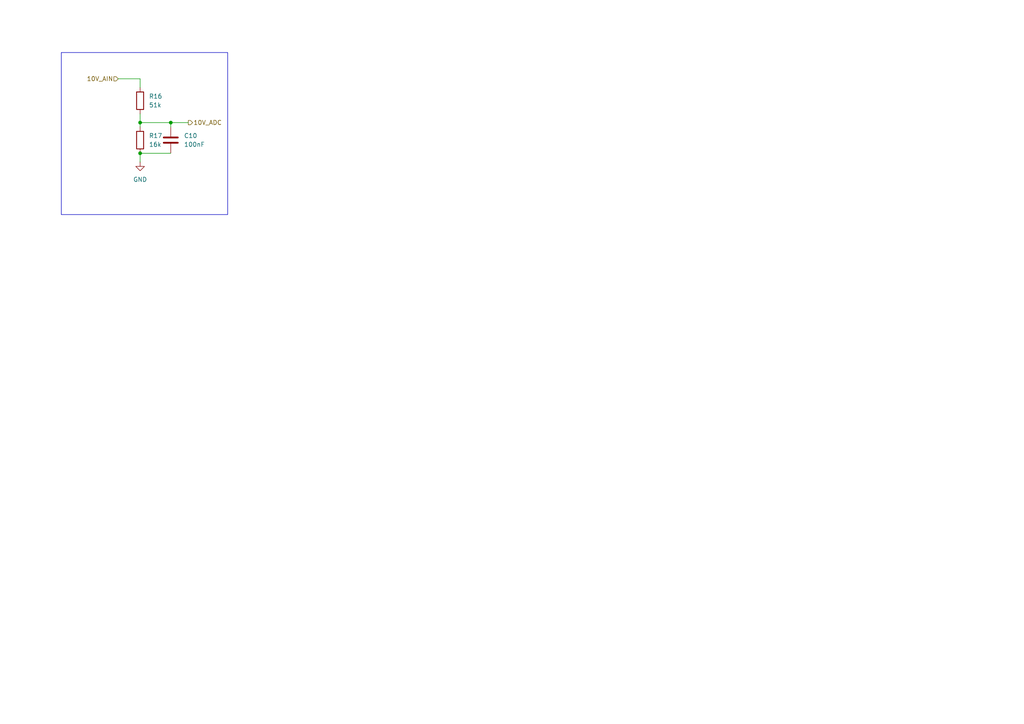
<source format=kicad_sch>
(kicad_sch (version 20250114) (generator "eeschema") (generator_version "9.0")
  (paper "A4")
  (lib_symbols
    (symbol "Device:C" (pin_numbers (hide yes)) (pin_names (offset 0.254))
      (property "Reference" "C" (at 0.635 2.54 0))
      (property "Value" "C" (at 0.635 -2.54 0))
      (symbol "C_0_1"
        (polyline (pts (xy -2.032 0.762) (xy 2.032 0.762)) (stroke (width 0.508)))
        (polyline (pts (xy -2.032 -0.762) (xy 2.032 -0.762)) (stroke (width 0.508)))
      )
      (symbol "C_1_1"
        (pin passive line (at 0 3.81 270) (length 2.794) (name "~") (number "1"))
        (pin passive line (at 0 -3.81 90) (length 2.794) (name "~") (number "2"))
      )
    )
    (symbol "Device:R" (pin_numbers (hide yes)) (pin_names (offset 0))
      (property "Reference" "R" (at 2.032 0 90))
      (property "Value" "R" (at 0 0 90))
      (symbol "R_0_1"
        (rectangle (start -1.016 -2.54) (end 1.016 2.54) (stroke (width 0.254)))
      )
      (symbol "R_1_1"
        (pin passive line (at 0 3.81 270) (length 1.27) (name "~") (number "1"))
        (pin passive line (at 0 -3.81 90) (length 1.27) (name "~") (number "2"))
      )
    )
    (symbol "power:GND" (power) (pin_numbers (hide yes)) (pin_names (offset 0) (hide yes))
      (property "Value" "GND" (at 0 -3.81 0))
      (symbol "GND_0_1"
        (polyline (pts (xy 0 0) (xy 0 -1.27) (xy 1.27 -1.27) (xy 0 -2.54) (xy -1.27 -1.27) (xy 0 -1.27)))
      )
      (symbol "GND_1_1"
        (pin power_in line (at 0 0 270) (length 0) (name "~") (number "1"))
      )
    )
  )
  (rectangle (start 17.78 15.24) (end 66.04 62.23))
  (junction (at 40.64 44.45))
  (junction (at 40.64 35.56))
  (junction (at 49.53 35.56))
  (wire (pts (xy 40.64 33.02) (xy 40.64 35.56)))
  (wire (pts (xy 49.53 35.56) (xy 54.61 35.56)))
  (wire (pts (xy 40.64 44.45) (xy 40.64 46.99)))
  (wire (pts (xy 40.64 22.86) (xy 40.64 25.4)))
  (wire (pts (xy 49.53 35.56) (xy 49.53 36.83)))
  (wire (pts (xy 40.64 35.56) (xy 49.53 35.56)))
  (wire (pts (xy 34.29 22.86) (xy 40.64 22.86)))
  (wire (pts (xy 40.64 44.45) (xy 49.53 44.45)))
  (wire (pts (xy 40.64 35.56) (xy 40.64 36.83)))
  (hierarchical_label "10V_ADC" (shape output) (at 54.61 35.56 0))
  (hierarchical_label "10V_AIN" (shape input) (at 34.29 22.86 180))
  (symbol (lib_id "Device:R") (at 40.64 40.64 0) (unit 1)
    (property "Reference" "R17" (at 43.18 39.3699 0) (effects (justify left)))
    (property "Value" "16k" (at 43.18 41.9099 0) (effects (justify left)))
    (property "Description" "Resistor" (effects (hide yes)))
  )
  (symbol (lib_id "Device:C") (at 49.53 40.64 0) (unit 1)
    (property "Reference" "C10" (at 53.34 39.3699 0) (effects (justify left)))
    (property "Value" "100nF" (at 53.34 41.9099 0) (effects (justify left)))
    (property "Description" "Unpolarized capacitor" (effects (hide yes)))
  )
  (symbol (lib_id "power:GND") (at 40.64 46.99 0) (unit 1)
    (property "Reference" "#PWR041" (effects (hide yes)))
    (property "Value" "GND" (at 40.64 52.07 0))
    (property "Description" "Power symbol creates a global label with name \"GND\" , ground" (effects (hide yes)))
  )
  (symbol (lib_id "Device:R") (at 40.64 29.21 0) (unit 1)
    (property "Reference" "R16" (at 43.18 27.9399 0) (effects (justify left)))
    (property "Value" "51k" (at 43.18 30.4799 0) (effects (justify left)))
    (property "Description" "Resistor" (effects (hide yes)))
  )
)
</source>
